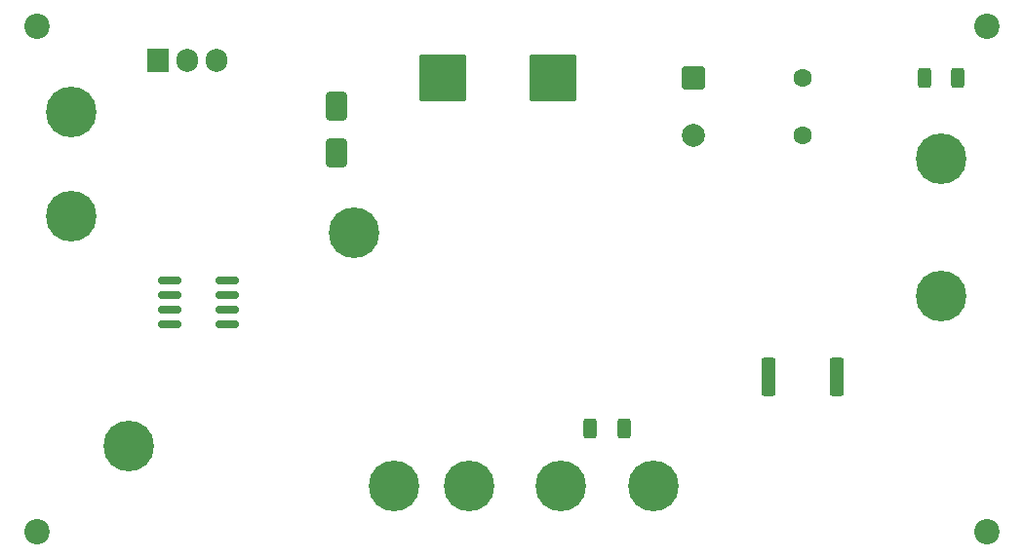
<source format=gts>
%TF.GenerationSoftware,KiCad,Pcbnew,9.0.2*%
%TF.CreationDate,2025-06-03T22:33:05+02:00*%
%TF.ProjectId,schaltung,73636861-6c74-4756-9e67-2e6b69636164,rev?*%
%TF.SameCoordinates,Original*%
%TF.FileFunction,Soldermask,Top*%
%TF.FilePolarity,Negative*%
%FSLAX46Y46*%
G04 Gerber Fmt 4.6, Leading zero omitted, Abs format (unit mm)*
G04 Created by KiCad (PCBNEW 9.0.2) date 2025-06-03 22:33:05*
%MOMM*%
%LPD*%
G01*
G04 APERTURE LIST*
G04 Aperture macros list*
%AMRoundRect*
0 Rectangle with rounded corners*
0 $1 Rounding radius*
0 $2 $3 $4 $5 $6 $7 $8 $9 X,Y pos of 4 corners*
0 Add a 4 corners polygon primitive as box body*
4,1,4,$2,$3,$4,$5,$6,$7,$8,$9,$2,$3,0*
0 Add four circle primitives for the rounded corners*
1,1,$1+$1,$2,$3*
1,1,$1+$1,$4,$5*
1,1,$1+$1,$6,$7*
1,1,$1+$1,$8,$9*
0 Add four rect primitives between the rounded corners*
20,1,$1+$1,$2,$3,$4,$5,0*
20,1,$1+$1,$4,$5,$6,$7,0*
20,1,$1+$1,$6,$7,$8,$9,0*
20,1,$1+$1,$8,$9,$2,$3,0*%
G04 Aperture macros list end*
%ADD10C,2.200000*%
%ADD11C,1.600000*%
%ADD12C,4.400000*%
%ADD13RoundRect,0.250002X-1.799998X-1.799998X1.799998X-1.799998X1.799998X1.799998X-1.799998X1.799998X0*%
%ADD14RoundRect,0.250000X-0.312500X-0.625000X0.312500X-0.625000X0.312500X0.625000X-0.312500X0.625000X0*%
%ADD15RoundRect,0.250000X0.362500X1.425000X-0.362500X1.425000X-0.362500X-1.425000X0.362500X-1.425000X0*%
%ADD16R,1.905000X2.000000*%
%ADD17O,1.905000X2.000000*%
%ADD18RoundRect,0.250000X-0.650000X1.000000X-0.650000X-1.000000X0.650000X-1.000000X0.650000X1.000000X0*%
%ADD19RoundRect,0.250000X-0.750000X0.750000X-0.750000X-0.750000X0.750000X-0.750000X0.750000X0.750000X0*%
%ADD20C,2.000000*%
%ADD21RoundRect,0.150000X-0.825000X-0.150000X0.825000X-0.150000X0.825000X0.150000X-0.825000X0.150000X0*%
G04 APERTURE END LIST*
D10*
%TO.C,*%
X159500000Y-96000000D03*
%TD*%
%TO.C,REF1*%
X159500000Y-52000000D03*
%TD*%
%TO.C,REF\u002A\u002A*%
X77000000Y-52000000D03*
%TD*%
%TO.C,REF\u002A\u002A*%
X77000000Y-96000000D03*
%TD*%
D11*
%TO.C,C2*%
X143500000Y-61500000D03*
X143500000Y-56500000D03*
%TD*%
D12*
%TO.C,J10*%
X104500000Y-70000000D03*
%TD*%
%TO.C,J9*%
X85000000Y-88500000D03*
%TD*%
D13*
%TO.C,L1*%
X121750000Y-56500000D03*
X112250000Y-56500000D03*
%TD*%
D12*
%TO.C,J8*%
X130500000Y-92000000D03*
%TD*%
%TO.C,J7*%
X122500000Y-92000000D03*
%TD*%
%TO.C,J6*%
X114500000Y-92000000D03*
%TD*%
%TO.C,J5*%
X108000000Y-92000000D03*
%TD*%
%TO.C,J4*%
X155500000Y-75500000D03*
%TD*%
%TO.C,J3*%
X155500000Y-63500000D03*
%TD*%
%TO.C,J2*%
X80000000Y-68500000D03*
%TD*%
%TO.C,J1*%
X80000000Y-59500000D03*
%TD*%
D14*
%TO.C,R3*%
X125037500Y-87000000D03*
X127962500Y-87000000D03*
%TD*%
%TO.C,R2*%
X154037500Y-56500000D03*
X156962500Y-56500000D03*
%TD*%
D15*
%TO.C,R1*%
X146462500Y-82500000D03*
X140537500Y-82500000D03*
%TD*%
D16*
%TO.C,Q1*%
X87460000Y-54950000D03*
D17*
X90000000Y-54950000D03*
X92540000Y-54950000D03*
%TD*%
D18*
%TO.C,D1*%
X103000000Y-59000000D03*
X103000000Y-63000000D03*
%TD*%
D19*
%TO.C,C1*%
X134000000Y-56500000D03*
D20*
X134000000Y-61500000D03*
%TD*%
D21*
%TO.C,U1*%
X88525000Y-74095000D03*
X88525000Y-75365000D03*
X88525000Y-76635000D03*
X88525000Y-77905000D03*
X93475000Y-77905000D03*
X93475000Y-76635000D03*
X93475000Y-75365000D03*
X93475000Y-74095000D03*
%TD*%
M02*

</source>
